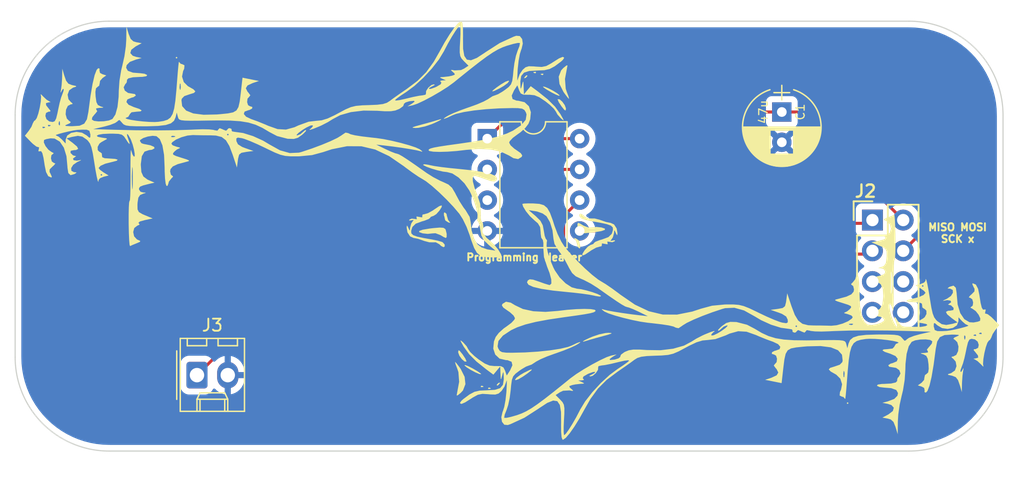
<source format=kicad_pcb>
(kicad_pcb (version 20211014) (generator pcbnew)
  (layers (0 "F.Cu" signal) (31 "B.Cu" signal) (34 "B.Paste" user) (35 "F.Paste" user) (36 "B.SilkS" user "B.Silkscreen") (37 "F.SilkS" user "F.Silkscreen") (38 "B.Mask" user) (39 "F.Mask" user) (44 "Edge.Cuts" user))
  (net 0 "")
  (net 1 "/+5V")
  (net 2 "GND")
  (net 3 "/SCK")
  (net 5 "/MISO")
  (net 7 "/MOSI")
  (net 8 "/Reset")
  (footprint "swamp-witch-designs:season of the witch - tree" (layer "F.Cu") (at 166.5 94.5 -90)
    (fp_text reference "G***" hide)
    (fp_text value "LOGO" hide)
  )
  (footprint "swamp-witch-designs:season of the witch - tree" (layer "F.Cu") (at 136.99067 83.055763 90)
    (fp_text reference "G***" hide)
    (fp_text value "LOGO" hide)
  )
  (footprint "Connector_Molex:Molex_KK-254_AE-6410-02A_1x02_P2.54mm_Vertical" (layer "F.Cu") (at 125.75 100.73)
    (fp_text reference "J3" (at 1.27 -4.12) (layer "F.SilkS"))
    (fp_text value "Conn_01x02")
    (pad "1" thru_hole roundrect locked (at 0 0) (size 1.74 2.19) (drill 1.19) (layers *.Cu *.Mask) (roundrect_rratio 0.143678) (net 1 "/+5V"))
    (pad "2" thru_hole oval locked (at 2.54 0) (size 1.74 2.19) (drill 1.19) (layers *.Cu *.Mask) (net 2 "GND"))
  )
  (footprint "4ms-footprints:Pin_Header_Straight_2x04" (layer "F.Cu") (at 181.475 87.925)
    (fp_text reference "J2" (at -0.5674 -2.385) (layer "F.SilkS") (effects (font (size 1.016 1.016) (thickness 0.1905))))
    (fp_text value "MISO MOSI SCK x" hide)
    (pad "1" thru_hole rect locked (at 0 0) (size 1.7272 1.7272) (drill 1.016) (layers *.Cu *.Mask) (net 5 "/MISO"))
    (pad "2" thru_hole oval locked (at 2.54 0) (size 1.7272 1.7272) (drill 1.016) (layers *.Cu *.Mask) (net 7 "/MOSI"))
    (pad "3" thru_hole oval locked (at 0 2.54) (size 1.7272 1.7272) (drill 1.016) (layers *.Cu *.Mask) (net 3 "/SCK"))
    (pad "4" thru_hole oval locked (at 2.54 2.54) (size 1.7272 1.7272) (drill 1.016) (layers *.Cu *.Mask) (net 8 "/Reset"))
    (pad "5" thru_hole oval locked (at 0 5.08) (size 1.7272 1.7272) (drill 1.016) (layers *.Cu *.Mask))
    (pad "6" thru_hole oval locked (at 2.54 5.08) (size 1.7272 1.7272) (drill 1.016) (layers *.Cu *.Mask))
    (pad "7" thru_hole oval locked (at 0 7.62) (size 1.7272 1.7272) (drill 1.016) (layers *.Cu *.Mask))
    (pad "8" thru_hole oval locked (at 2.54 7.62) (size 1.7272 1.7272) (drill 1.016) (layers *.Cu *.Mask))
  )
  (footprint "swamp-witch:DIP_8pin_TH" (layer "F.Cu") (at 149.7 81.2)
    (fp_text reference "J1" hide)
    (fp_text value "Programming Header" (at 3.05 9.8) (layer "F.SilkS") (effects (font (size 0.6 0.6))))
    (pad "1" thru_hole rect locked (at 0 0) (size 1.6 1.6) (drill 0.8) (layers *.Cu *.Mask) (net 8 "/Reset"))
    (pad "2" thru_hole oval locked (at 0 2.54) (size 1.6 1.6) (drill 0.8) (layers *.Cu *.Mask))
    (pad "3" thru_hole oval locked (at 0 5.08) (size 1.6 1.6) (drill 0.8) (layers *.Cu *.Mask))
    (pad "4" thru_hole oval locked (at 0 7.62) (size 1.6 1.6) (drill 0.8) (layers *.Cu *.Mask) (net 2 "GND"))
    (pad "5" thru_hole oval locked (at 7.62 7.62) (size 1.6 1.6) (drill 0.8) (layers *.Cu *.Mask) (net 7 "/MOSI"))
    (pad "6" thru_hole oval locked (at 7.62 5.08) (size 1.6 1.6) (drill 0.8) (layers *.Cu *.Mask) (net 5 "/MISO"))
    (pad "7" thru_hole oval locked (at 7.62 2.54) (size 1.6 1.6) (drill 0.8) (layers *.Cu *.Mask) (net 3 "/SCK"))
    (pad "8" thru_hole oval locked (at 7.62 0) (size 1.6 1.6) (drill 0.8) (layers *.Cu *.Mask) (net 1 "/+5V"))
  )
  (footprint "swamp-witch:Cap_Electrolytic_TH" (layer "F.Cu") (at 174 79 -90)
    (fp_text reference "C1" (at 0 -1.524 90) (layer "F.SilkS") (effects (font (size 0.7 0.7) (thickness 0.1))))
    (fp_text value "47u" (at 0 1.524 90) (layer "F.SilkS") (effects (font (size 0.7 0.7) (thickness 0.1))))
    (pad "1" thru_hole rect locked (at 0 0 270) (size 1.6 1.6) (drill 0.8) (layers *.Cu *.Mask) (net 8 "/Reset"))
    (pad "2" thru_hole circle locked (at 2.5 0 270) (size 1.6 1.6) (drill 0.8) (layers *.Cu *.Mask) (net 2 "GND"))
  )
  (gr_arc (start 110.75 79.25) (mid 113.019922 73.769922) (end 118.5 71.5) (layer "Edge.Cuts") (width 0.1))
  (gr_line (start 184.5 71.5) (end 118.5 71.5) (layer "Edge.Cuts") (width 0.1))
  (gr_arc (start 192.25 99.25) (mid 189.980078 104.730078) (end 184.5 107) (layer "Edge.Cuts") (width 0.1))
  (gr_line (start 192.25 79.25) (end 192.25 99.25) (layer "Edge.Cuts") (width 0.1))
  (gr_line (start 110.75 79.25) (end 110.75 99.25) (layer "Edge.Cuts") (width 0.1))
  (gr_arc (start 118.5 107) (mid 113.019922 104.730078) (end 110.75 99.25) (layer "Edge.Cuts") (width 0.1))
  (gr_arc (start 184.5 71.5) (mid 189.980078 73.769922) (end 192.25 79.25) (layer "Edge.Cuts") (width 0.1))
  (gr_line (start 118.5 107) (end 184.5 107) (layer "Edge.Cuts") (width 0.1))
  (gr_text "Arduino Mega\n" (at 132.25 104) (layer "F.Cu") (effects (font (size 1.8 1.8) (thickness 0.45))))
  (gr_text "ATTiny Programmer\n" (at 173.75 75.5) (layer "F.Cu") (effects (font (size 1.8 1.8) (thickness 0.45))))
  (gr_text "MISO MOSI\nSCK x" (at 188.5 89) (layer "F.SilkS") (effects (font (size 0.6 0.6))))
  (segment (start 128.73 97.75) (end 125.75 100.73) (width 0.25) (layer "F.Cu") (net 1))
  (segment (start 157.32 81.2) (end 154.05 81.2) (width 0.25) (layer "F.Cu") (net 1))
  (segment (start 145 97.75) (end 128.73 97.75) (width 0.25) (layer "F.Cu") (net 1))
  (segment (start 154.05 81.2) (end 152.5 82.75) (width 0.25) (layer "F.Cu") (net 1))
  (segment (start 152.5 82.75) (end 152.5 90.25) (width 0.25) (layer "F.Cu") (net 1))
  (segment (start 152.5 90.25) (end 145 97.75) (width 0.25) (layer "F.Cu") (net 1))
  (segment (start 178.515763 90.734237) (end 177.25 92) (width 0.25) (layer "F.Cu") (net 3))
  (segment (start 156.01 83.74) (end 157.32 83.74) (width 0.25) (layer "F.Cu") (net 3))
  (segment (start 155.75 92) (end 154.5 90.75) (width 0.25) (layer "F.Cu") (net 3))
  (segment (start 181.374 90.734237) (end 178.515763 90.734237) (width 0.25) (layer "F.Cu") (net 3))
  (segment (start 154.5 85.25) (end 156.01 83.74) (width 0.25) (layer "F.Cu") (net 3))
  (segment (start 177.25 92) (end 155.75 92) (width 0.25) (layer "F.Cu") (net 3))
  (segment (start 154.5 90.75) (end 154.5 85.25) (width 0.25) (layer "F.Cu") (net 3))
  (segment (start 181.374 88.194237) (end 174.305763 88.194237) (width 0.25) (layer "F.Cu") (net 5))
  (segment (start 172 90.5) (end 159 90.5) (width 0.25) (layer "F.Cu") (net 5))
  (segment (start 156.75 91) (end 156 90.25) (width 0.25) (layer "F.Cu") (net 5))
  (segment (start 174.305763 88.194237) (end 172 90.5) (width 0.25) (layer "F.Cu") (net 5))
  (segment (start 159 90.5) (end 158.5 91) (width 0.25) (layer "F.Cu") (net 5))
  (segment (start 156 90.25) (end 156 87.6) (width 0.25) (layer "F.Cu") (net 5))
  (segment (start 158.5 91) (end 156.75 91) (width 0.25) (layer "F.Cu") (net 5))
  (segment (start 156 87.6) (end 157.32 86.28) (width 0.25) (layer "F.Cu") (net 5))
  (segment (start 169.07 88.82) (end 173.423874 84.466126) (width 0.25) (layer "F.Cu") (net 7))
  (segment (start 173.423874 84.466126) (end 181.866133 84.466126) (width 0.25) (layer "F.Cu") (net 7))
  (segment (start 182.562111 85.162104) (end 182.562111 86.472111) (width 0.25) (layer "F.Cu") (net 7))
  (segment (start 182.562111 86.472111) (end 184.015 87.925) (width 0.25) (layer "F.Cu") (net 7))
  (segment (start 157.32 88.82) (end 169.07 88.82) (width 0.25) (layer "F.Cu") (net 7))
  (segment (start 181.866133 84.466126) (end 182.562111 85.162104) (width 0.25) (layer "F.Cu") (net 7))
  (segment (start 186 85.75) (end 186 88.48) (width 0.25) (layer "F.Cu") (net 8))
  (segment (start 179.25 79) (end 186 85.75) (width 0.25) (layer "F.Cu") (net 8))
  (segment (start 149.7 81.2) (end 151.9 79) (width 0.25) (layer "F.Cu") (net 8))
  (segment (start 151.9 79) (end 179.25 79) (width 0.25) (layer "F.Cu") (net 8))
  (segment (start 186 88.48) (end 184.015 90.465) (width 0.25) (layer "F.Cu") (net 8))
  (zone (net 2) (net_name "GND") (layer "B.Cu") (connect_pads (clearance 0.508)) (min_thickness 0.254) (fill yes (thermal_gap 0.508) (thermal_bridge_width 0.508))
    (polygon (pts (xy 194 108.25) (xy 109.5 110) (xy 111 69.75) (xy 193.5 70)))
  )
)
</source>
